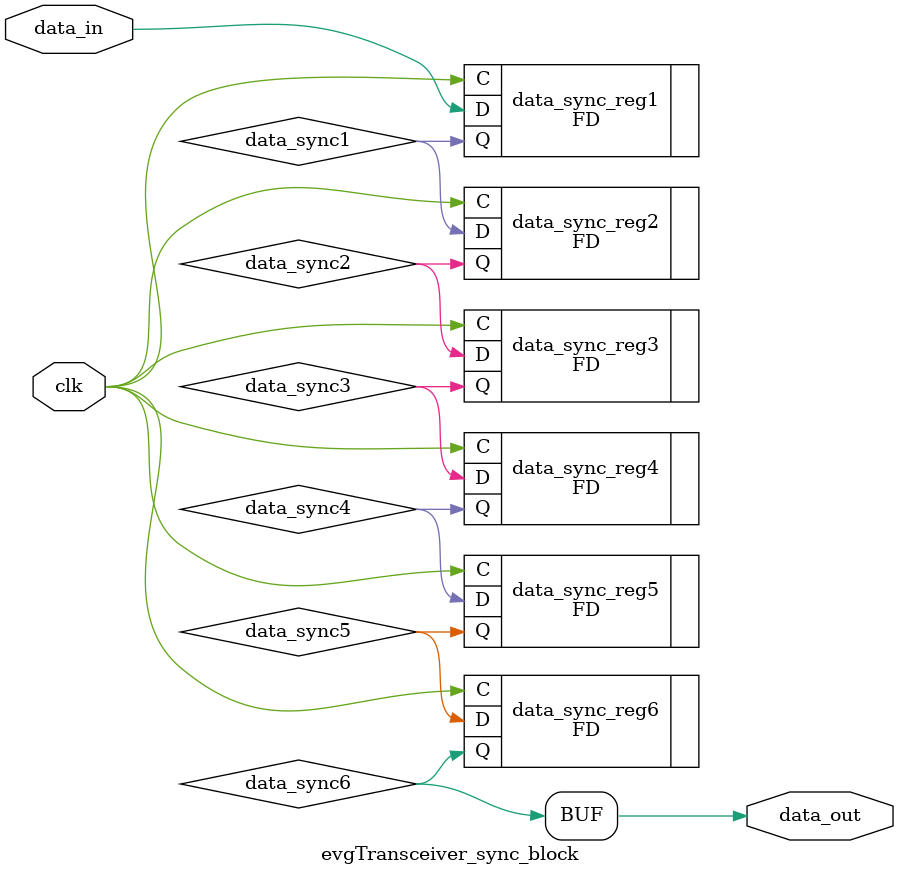
<source format=v>




`timescale 1ps / 1ps

//(* dont_touch = "yes" *)
module evgTransceiver_sync_block #(
  parameter INITIALISE = 6'b000000
)
(
  input        clk,              // clock to be sync'ed to
  input        data_in,          // Data to be 'synced'
  output       data_out          // synced data
);

  // Internal Signals
  wire data_sync1;
  wire data_sync2;
  wire data_sync3;
  wire data_sync4;
  wire data_sync5;
  wire data_sync6;


  (* shreg_extract = "no", ASYNC_REG = "TRUE" *)
  FD #(
    .INIT (INITIALISE[0])
  ) data_sync_reg1 (
    .C  (clk),
    .D  (data_in),
    .Q  (data_sync1)
  );


  (* shreg_extract = "no", ASYNC_REG = "TRUE" *)
  FD #(
   .INIT (INITIALISE[1])
  ) data_sync_reg2 (
  .C  (clk),
  .D  (data_sync1),
  .Q  (data_sync2)
  );


  (* shreg_extract = "no", ASYNC_REG = "TRUE" *)
  FD #(
   .INIT (INITIALISE[2])
  ) data_sync_reg3 (
  .C  (clk),
  .D  (data_sync2),
  .Q  (data_sync3)
  );

  (* shreg_extract = "no", ASYNC_REG = "TRUE" *)
  FD #(
   .INIT (INITIALISE[3])
  ) data_sync_reg4 (
  .C  (clk),
  .D  (data_sync3),
  .Q  (data_sync4)
  );

  (* shreg_extract = "no", ASYNC_REG = "TRUE" *)
  FD #(
   .INIT (INITIALISE[4])
  ) data_sync_reg5 (
  .C  (clk),
  .D  (data_sync4),
  .Q  (data_sync5)
  );

  (* shreg_extract = "no", ASYNC_REG = "TRUE" *)
  FD #(
   .INIT (INITIALISE[5])
  ) data_sync_reg6 (
  .C  (clk),
  .D  (data_sync5),
  .Q  (data_sync6)
  );
  assign data_out = data_sync6;



endmodule

</source>
